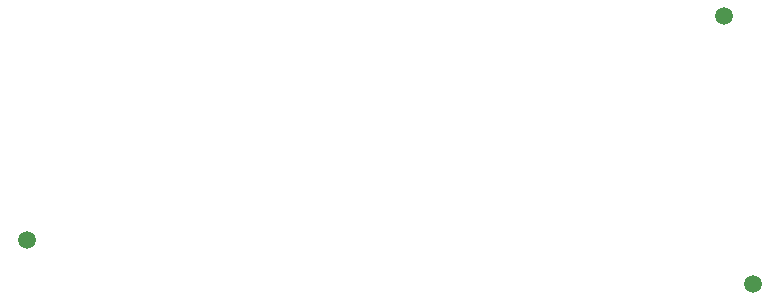
<source format=gbr>
%TF.GenerationSoftware,Altium Limited,Altium Designer,23.11.1 (41)*%
G04 Layer_Color=128*
%FSLAX26Y26*%
%MOIN*%
%TF.SameCoordinates,0B4E2714-AAF7-4A90-8E72-ED1F183F2DA5*%
%TF.FilePolarity,Positive*%
%TF.FileFunction,Paste,Bot*%
%TF.Part,CustomerPanel*%
G01*
G75*
%TA.AperFunction,FiducialPad,Global*%
%ADD45C,0.059055*%
D45*
X543307Y907480D02*
D03*
X2962968Y761669D02*
D03*
X2866142Y1655512D02*
D03*
%TF.MD5,0bcc8720b6eda611753c95bbac6e9e06*%
M02*

</source>
